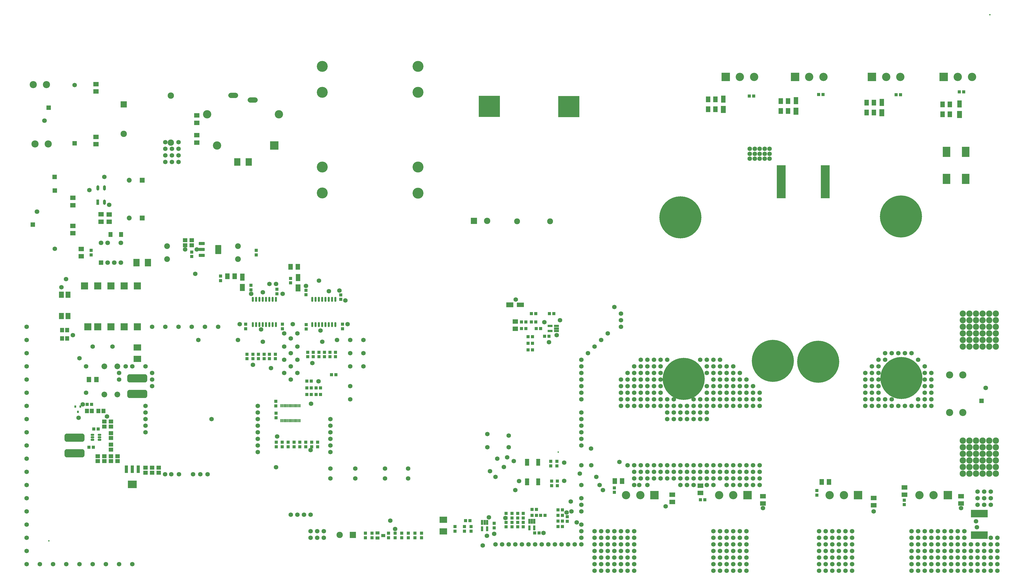
<source format=gbr>
G04 EAGLE Gerber RS-274X export*
G75*
%MOMM*%
%FSLAX34Y34*%
%LPD*%
%INSoldermask Top*%
%IPPOS*%
%AMOC8*
5,1,8,0,0,1.08239X$1,22.5*%
G01*
%ADD10C,0.553200*%
%ADD11R,1.303200X1.203200*%
%ADD12R,1.203200X1.303200*%
%ADD13C,2.203200*%
%ADD14R,1.703200X1.503200*%
%ADD15R,1.879600X1.879600*%
%ADD16C,1.879600*%
%ADD17R,1.753200X1.753200*%
%ADD18C,1.753200*%
%ADD19R,2.003200X1.803200*%
%ADD20R,2.703200X1.803200*%
%ADD21R,2.703200X1.903200*%
%ADD22R,1.803200X2.703200*%
%ADD23R,1.903200X2.703200*%
%ADD24R,3.003200X4.003200*%
%ADD25R,2.946200X2.362200*%
%ADD26R,2.362200X2.946200*%
%ADD27R,0.508000X1.193800*%
%ADD28C,0.506016*%
%ADD29C,0.431109*%
%ADD30R,1.828800X0.812800*%
%ADD31R,0.812800X1.828800*%
%ADD32R,1.803200X1.803200*%
%ADD33C,1.803200*%
%ADD34R,3.503200X2.903200*%
%ADD35R,1.203200X2.903200*%
%ADD36C,0.409087*%
%ADD37C,0.405575*%
%ADD38R,3.203200X3.203200*%
%ADD39C,3.203200*%
%ADD40R,3.353200X12.703200*%
%ADD41R,1.603200X1.203200*%
%ADD42R,1.903200X2.403200*%
%ADD43R,2.006200X1.803200*%
%ADD44R,1.803200X2.203200*%
%ADD45R,2.203200X1.803200*%
%ADD46R,6.403200X2.903200*%
%ADD47R,1.503200X1.703200*%
%ADD48R,1.803200X2.006200*%
%ADD49C,2.286000*%
%ADD50C,16.203200*%
%ADD51R,2.743200X2.743200*%
%ADD52C,1.697694*%
%ADD53C,2.003200*%
%ADD54R,0.803200X0.903200*%
%ADD55R,0.703200X0.803200*%
%ADD56C,2.743200*%
%ADD57C,2.403200*%
%ADD58C,2.453200*%
%ADD59C,4.219200*%
%ADD60R,2.453200X2.453200*%
%ADD61R,1.603200X1.843200*%
%ADD62R,1.069200X2.006200*%
%ADD63C,1.069200*%
%ADD64R,8.203200X8.203200*%


D10*
X3755390Y2066290D03*
X2095500Y381000D03*
X135890Y39370D03*
D11*
X1518920Y51190D03*
X1518920Y68190D03*
D12*
X1009461Y576190D03*
X1009461Y559190D03*
D11*
X1991750Y882650D03*
X2008750Y882650D03*
X1996050Y825500D03*
X1979050Y825500D03*
X2027800Y857250D03*
X2010800Y857250D03*
X1145150Y654345D03*
X1128150Y654345D03*
X2059550Y827193D03*
X2042550Y827193D03*
D12*
X892803Y856370D03*
X892803Y873370D03*
X1034612Y856370D03*
X1034612Y873370D03*
X913845Y1023230D03*
X913845Y1006230D03*
X1013744Y1007990D03*
X1013744Y990990D03*
X963930Y740800D03*
X963930Y757800D03*
X920750Y740800D03*
X920750Y757800D03*
X1125622Y855100D03*
X1125622Y872100D03*
X1265300Y856370D03*
X1265300Y873370D03*
X1125220Y987180D03*
X1125220Y1004180D03*
X1259263Y986400D03*
X1259263Y969400D03*
X1196118Y748420D03*
X1196118Y765420D03*
X1153369Y748420D03*
X1153369Y765420D03*
X796595Y1058790D03*
X796595Y1041790D03*
X1065530Y1049900D03*
X1065530Y1032900D03*
X2090316Y345050D03*
X2090316Y328050D03*
X2066290Y328050D03*
X2066290Y345050D03*
X2091690Y268850D03*
X2091690Y251850D03*
X2070100Y251850D03*
X2070100Y268850D03*
X3090276Y215450D03*
X3090276Y232450D03*
X3426737Y178750D03*
X3426737Y195750D03*
D11*
X2659300Y197656D03*
X2642300Y197656D03*
D12*
X2311630Y226150D03*
X2311630Y243150D03*
D11*
X2094620Y137160D03*
X2111620Y137160D03*
X2111620Y115570D03*
X2094620Y115570D03*
D12*
X2129790Y131690D03*
X2129790Y114690D03*
X1917700Y93100D03*
X1917700Y110100D03*
D11*
X2021450Y69850D03*
X2004450Y69850D03*
D12*
X1939290Y127390D03*
X1939290Y144390D03*
X1493520Y68190D03*
X1493520Y51190D03*
X1544320Y51190D03*
X1544320Y68190D03*
X1734820Y76590D03*
X1734820Y93590D03*
X1760220Y76590D03*
X1760220Y93590D03*
X1849134Y89290D03*
X1849134Y106290D03*
X1009650Y513470D03*
X1009650Y530470D03*
D13*
X349650Y711200D03*
X399650Y711200D03*
X349650Y603250D03*
X399650Y603250D03*
D11*
X283600Y565150D03*
X300600Y565150D03*
X309000Y469900D03*
X326000Y469900D03*
X289950Y400050D03*
X306950Y400050D03*
D14*
X400050Y365100D03*
X400050Y346100D03*
X374650Y365100D03*
X374650Y346100D03*
X349250Y365100D03*
X349250Y346100D03*
D15*
X494900Y1282700D03*
D16*
X444900Y1282700D03*
D15*
X494900Y1428750D03*
D16*
X444900Y1428750D03*
D17*
X158750Y1388850D03*
D18*
X158750Y1163850D03*
D19*
X260350Y1135350D03*
X260350Y1163350D03*
D12*
X298450Y1140850D03*
X298450Y1157850D03*
D19*
X368300Y1296700D03*
X368300Y1268700D03*
D14*
X323850Y365100D03*
X323850Y346100D03*
X558800Y301650D03*
X558800Y320650D03*
X533400Y301650D03*
X533400Y320650D03*
X508000Y301650D03*
X508000Y320650D03*
D13*
X590550Y1174350D03*
X590550Y1124350D03*
D12*
X685800Y1134500D03*
X685800Y1151500D03*
X933450Y1140850D03*
X933450Y1157850D03*
D13*
X863600Y1174350D03*
X863600Y1124350D03*
D17*
X234950Y1570250D03*
D18*
X234950Y1795250D03*
D20*
X1949500Y948571D03*
D21*
X1909500Y948571D03*
D22*
X880110Y1055050D03*
D23*
X880110Y1015050D03*
D22*
X2730500Y1740850D03*
D23*
X2730500Y1700850D03*
D22*
X3009900Y1734500D03*
D23*
X3009900Y1694500D03*
D22*
X3340100Y1728150D03*
D23*
X3340100Y1688150D03*
D22*
X3638550Y1721800D03*
D23*
X3638550Y1681800D03*
D22*
X1094310Y1053145D03*
D23*
X1094310Y1013145D03*
D24*
X3662850Y1433830D03*
X3588850Y1433830D03*
X3588850Y1537970D03*
X3662850Y1537970D03*
D25*
X1653540Y75690D03*
X1653540Y119890D03*
X476250Y739900D03*
X476250Y784100D03*
D26*
X517400Y1111250D03*
X473200Y1111250D03*
X860550Y1498600D03*
X904750Y1498600D03*
D27*
X1029780Y501682D03*
X1036280Y501682D03*
X1042780Y501682D03*
X1049280Y501682D03*
X1055780Y501682D03*
X1062280Y501682D03*
X1068780Y501682D03*
X1075280Y501682D03*
X1081780Y501682D03*
X1088280Y501682D03*
X1094780Y501682D03*
X1101280Y501682D03*
X1101280Y560038D03*
X1094780Y560038D03*
X1088280Y560038D03*
X1081780Y560038D03*
X1075280Y560038D03*
X1068780Y560038D03*
X1062280Y560038D03*
X1055780Y560038D03*
X1049280Y560038D03*
X1042780Y560038D03*
X1036280Y560038D03*
X1029780Y560038D03*
D28*
X922249Y962564D02*
X922249Y976036D01*
X922249Y962564D02*
X919277Y962564D01*
X919277Y976036D01*
X922249Y976036D01*
X922249Y967371D02*
X919277Y967371D01*
X919277Y972178D02*
X922249Y972178D01*
X934949Y976036D02*
X934949Y962564D01*
X931977Y962564D01*
X931977Y976036D01*
X934949Y976036D01*
X934949Y967371D02*
X931977Y967371D01*
X931977Y972178D02*
X934949Y972178D01*
X947649Y976036D02*
X947649Y962564D01*
X944677Y962564D01*
X944677Y976036D01*
X947649Y976036D01*
X947649Y967371D02*
X944677Y967371D01*
X944677Y972178D02*
X947649Y972178D01*
X960349Y976036D02*
X960349Y962564D01*
X957377Y962564D01*
X957377Y976036D01*
X960349Y976036D01*
X960349Y967371D02*
X957377Y967371D01*
X957377Y972178D02*
X960349Y972178D01*
X973049Y976036D02*
X973049Y962564D01*
X970077Y962564D01*
X970077Y976036D01*
X973049Y976036D01*
X973049Y967371D02*
X970077Y967371D01*
X970077Y972178D02*
X973049Y972178D01*
X985749Y976036D02*
X985749Y962564D01*
X982777Y962564D01*
X982777Y976036D01*
X985749Y976036D01*
X985749Y967371D02*
X982777Y967371D01*
X982777Y972178D02*
X985749Y972178D01*
X998449Y976036D02*
X998449Y962564D01*
X995477Y962564D01*
X995477Y976036D01*
X998449Y976036D01*
X998449Y967371D02*
X995477Y967371D01*
X995477Y972178D02*
X998449Y972178D01*
X1011149Y976036D02*
X1011149Y962564D01*
X1008177Y962564D01*
X1008177Y976036D01*
X1011149Y976036D01*
X1011149Y967371D02*
X1008177Y967371D01*
X1008177Y972178D02*
X1011149Y972178D01*
X1011149Y878936D02*
X1011149Y865464D01*
X1008177Y865464D01*
X1008177Y878936D01*
X1011149Y878936D01*
X1011149Y870271D02*
X1008177Y870271D01*
X1008177Y875078D02*
X1011149Y875078D01*
X998449Y878936D02*
X998449Y865464D01*
X995477Y865464D01*
X995477Y878936D01*
X998449Y878936D01*
X998449Y870271D02*
X995477Y870271D01*
X995477Y875078D02*
X998449Y875078D01*
X985749Y878936D02*
X985749Y865464D01*
X982777Y865464D01*
X982777Y878936D01*
X985749Y878936D01*
X985749Y870271D02*
X982777Y870271D01*
X982777Y875078D02*
X985749Y875078D01*
X973049Y878936D02*
X973049Y865464D01*
X970077Y865464D01*
X970077Y878936D01*
X973049Y878936D01*
X973049Y870271D02*
X970077Y870271D01*
X970077Y875078D02*
X973049Y875078D01*
X960349Y878936D02*
X960349Y865464D01*
X957377Y865464D01*
X957377Y878936D01*
X960349Y878936D01*
X960349Y870271D02*
X957377Y870271D01*
X957377Y875078D02*
X960349Y875078D01*
X947649Y878936D02*
X947649Y865464D01*
X944677Y865464D01*
X944677Y878936D01*
X947649Y878936D01*
X947649Y870271D02*
X944677Y870271D01*
X944677Y875078D02*
X947649Y875078D01*
X934949Y878936D02*
X934949Y865464D01*
X931977Y865464D01*
X931977Y878936D01*
X934949Y878936D01*
X934949Y870271D02*
X931977Y870271D01*
X931977Y875078D02*
X934949Y875078D01*
X922249Y878936D02*
X922249Y865464D01*
X919277Y865464D01*
X919277Y878936D01*
X922249Y878936D01*
X922249Y870271D02*
X919277Y870271D01*
X919277Y875078D02*
X922249Y875078D01*
X1150836Y962564D02*
X1150836Y976036D01*
X1150836Y962564D02*
X1147864Y962564D01*
X1147864Y976036D01*
X1150836Y976036D01*
X1150836Y967371D02*
X1147864Y967371D01*
X1147864Y972178D02*
X1150836Y972178D01*
X1163536Y976036D02*
X1163536Y962564D01*
X1160564Y962564D01*
X1160564Y976036D01*
X1163536Y976036D01*
X1163536Y967371D02*
X1160564Y967371D01*
X1160564Y972178D02*
X1163536Y972178D01*
X1176236Y976036D02*
X1176236Y962564D01*
X1173264Y962564D01*
X1173264Y976036D01*
X1176236Y976036D01*
X1176236Y967371D02*
X1173264Y967371D01*
X1173264Y972178D02*
X1176236Y972178D01*
X1188936Y976036D02*
X1188936Y962564D01*
X1185964Y962564D01*
X1185964Y976036D01*
X1188936Y976036D01*
X1188936Y967371D02*
X1185964Y967371D01*
X1185964Y972178D02*
X1188936Y972178D01*
X1201636Y976036D02*
X1201636Y962564D01*
X1198664Y962564D01*
X1198664Y976036D01*
X1201636Y976036D01*
X1201636Y967371D02*
X1198664Y967371D01*
X1198664Y972178D02*
X1201636Y972178D01*
X1214336Y976036D02*
X1214336Y962564D01*
X1211364Y962564D01*
X1211364Y976036D01*
X1214336Y976036D01*
X1214336Y967371D02*
X1211364Y967371D01*
X1211364Y972178D02*
X1214336Y972178D01*
X1227036Y976036D02*
X1227036Y962564D01*
X1224064Y962564D01*
X1224064Y976036D01*
X1227036Y976036D01*
X1227036Y967371D02*
X1224064Y967371D01*
X1224064Y972178D02*
X1227036Y972178D01*
X1239736Y976036D02*
X1239736Y962564D01*
X1236764Y962564D01*
X1236764Y976036D01*
X1239736Y976036D01*
X1239736Y967371D02*
X1236764Y967371D01*
X1236764Y972178D02*
X1239736Y972178D01*
X1239736Y878936D02*
X1239736Y865464D01*
X1236764Y865464D01*
X1236764Y878936D01*
X1239736Y878936D01*
X1239736Y870271D02*
X1236764Y870271D01*
X1236764Y875078D02*
X1239736Y875078D01*
X1227036Y878936D02*
X1227036Y865464D01*
X1224064Y865464D01*
X1224064Y878936D01*
X1227036Y878936D01*
X1227036Y870271D02*
X1224064Y870271D01*
X1224064Y875078D02*
X1227036Y875078D01*
X1214336Y878936D02*
X1214336Y865464D01*
X1211364Y865464D01*
X1211364Y878936D01*
X1214336Y878936D01*
X1214336Y870271D02*
X1211364Y870271D01*
X1211364Y875078D02*
X1214336Y875078D01*
X1201636Y878936D02*
X1201636Y865464D01*
X1198664Y865464D01*
X1198664Y878936D01*
X1201636Y878936D01*
X1201636Y870271D02*
X1198664Y870271D01*
X1198664Y875078D02*
X1201636Y875078D01*
X1188936Y878936D02*
X1188936Y865464D01*
X1185964Y865464D01*
X1185964Y878936D01*
X1188936Y878936D01*
X1188936Y870271D02*
X1185964Y870271D01*
X1185964Y875078D02*
X1188936Y875078D01*
X1176236Y878936D02*
X1176236Y865464D01*
X1173264Y865464D01*
X1173264Y878936D01*
X1176236Y878936D01*
X1176236Y870271D02*
X1173264Y870271D01*
X1173264Y875078D02*
X1176236Y875078D01*
X1163536Y878936D02*
X1163536Y865464D01*
X1160564Y865464D01*
X1160564Y878936D01*
X1163536Y878936D01*
X1163536Y870271D02*
X1160564Y870271D01*
X1160564Y875078D02*
X1163536Y875078D01*
X1150836Y878936D02*
X1150836Y865464D01*
X1147864Y865464D01*
X1147864Y878936D01*
X1150836Y878936D01*
X1150836Y870271D02*
X1147864Y870271D01*
X1147864Y875078D02*
X1150836Y875078D01*
D29*
X2012088Y350968D02*
X2023810Y350968D01*
X2012088Y350968D02*
X2012088Y353190D01*
X2023810Y353190D01*
X2023810Y350968D01*
X2023810Y344468D02*
X2012088Y344468D01*
X2012088Y346690D01*
X2023810Y346690D01*
X2023810Y344468D01*
X2023810Y337968D02*
X2012088Y337968D01*
X2012088Y340190D01*
X2023810Y340190D01*
X2023810Y337968D01*
X2023810Y331468D02*
X2012088Y331468D01*
X2012088Y333690D01*
X2023810Y333690D01*
X2023810Y331468D01*
X1980792Y331468D02*
X1969070Y331468D01*
X1969070Y333690D01*
X1980792Y333690D01*
X1980792Y331468D01*
X1980792Y337968D02*
X1969070Y337968D01*
X1969070Y340190D01*
X1980792Y340190D01*
X1980792Y337968D01*
X1980792Y344468D02*
X1969070Y344468D01*
X1969070Y346690D01*
X1980792Y346690D01*
X1980792Y344468D01*
X1980792Y350968D02*
X1969070Y350968D01*
X1969070Y353190D01*
X1980792Y353190D01*
X1980792Y350968D01*
D30*
X2088896Y847750D03*
X2088896Y857250D03*
X2088896Y866750D03*
X2064004Y866750D03*
X2064004Y847750D03*
D29*
X2023810Y275339D02*
X2012088Y275339D01*
X2012088Y277561D01*
X2023810Y277561D01*
X2023810Y275339D01*
X2023810Y268839D02*
X2012088Y268839D01*
X2012088Y271061D01*
X2023810Y271061D01*
X2023810Y268839D01*
X2023810Y262339D02*
X2012088Y262339D01*
X2012088Y264561D01*
X2023810Y264561D01*
X2023810Y262339D01*
X2023810Y255839D02*
X2012088Y255839D01*
X2012088Y258061D01*
X2023810Y258061D01*
X2023810Y255839D01*
X1980792Y255839D02*
X1969070Y255839D01*
X1969070Y258061D01*
X1980792Y258061D01*
X1980792Y255839D01*
X1980792Y262339D02*
X1969070Y262339D01*
X1969070Y264561D01*
X1980792Y264561D01*
X1980792Y262339D01*
X1980792Y268839D02*
X1969070Y268839D01*
X1969070Y271061D01*
X1980792Y271061D01*
X1980792Y268839D01*
X1980792Y275339D02*
X1969070Y275339D01*
X1969070Y277561D01*
X1980792Y277561D01*
X1980792Y275339D01*
D31*
X2003400Y114046D03*
X1993900Y114046D03*
X1984400Y114046D03*
X1984400Y89154D03*
X2003400Y89154D03*
X1821790Y110236D03*
X1812290Y110236D03*
X1802790Y110236D03*
X1802790Y85344D03*
X1821790Y85344D03*
D32*
X336550Y1111250D03*
D33*
X361950Y1111250D03*
X387350Y1111250D03*
X412750Y1111250D03*
X336550Y1187450D03*
X361950Y1187450D03*
X412750Y1187450D03*
D28*
X307986Y430136D02*
X307986Y427164D01*
X300014Y427164D01*
X300014Y430136D01*
X307986Y430136D01*
X307986Y446164D02*
X307986Y449136D01*
X307986Y446164D02*
X300014Y446164D01*
X300014Y449136D01*
X307986Y449136D01*
X334986Y449136D02*
X334986Y446164D01*
X327014Y446164D01*
X327014Y449136D01*
X334986Y449136D01*
X334986Y439636D02*
X334986Y436664D01*
X327014Y436664D01*
X327014Y439636D01*
X334986Y439636D01*
X334986Y430136D02*
X334986Y427164D01*
X327014Y427164D01*
X327014Y430136D01*
X334986Y430136D01*
X307986Y436664D02*
X307986Y439636D01*
X307986Y436664D02*
X300014Y436664D01*
X300014Y439636D01*
X307986Y439636D01*
D34*
X457200Y256250D03*
D35*
X434200Y315250D03*
X457200Y315250D03*
X480200Y315250D03*
D36*
X733121Y1181079D02*
X733121Y1189021D01*
X733121Y1181079D02*
X714679Y1181079D01*
X714679Y1189021D01*
X733121Y1189021D01*
X733121Y1184965D02*
X714679Y1184965D01*
X714679Y1188851D02*
X733121Y1188851D01*
X733121Y1166021D02*
X733121Y1158079D01*
X714679Y1158079D01*
X714679Y1166021D01*
X733121Y1166021D01*
X733121Y1161965D02*
X714679Y1161965D01*
X714679Y1165851D02*
X733121Y1165851D01*
X733121Y1143021D02*
X733121Y1135079D01*
X714679Y1135079D01*
X714679Y1143021D01*
X733121Y1143021D01*
X733121Y1138965D02*
X714679Y1138965D01*
X714679Y1142851D02*
X733121Y1142851D01*
D37*
X796638Y1146812D02*
X796638Y1177288D01*
X796638Y1146812D02*
X778162Y1146812D01*
X778162Y1177288D01*
X796638Y1177288D01*
X796638Y1150665D02*
X778162Y1150665D01*
X778162Y1154518D02*
X796638Y1154518D01*
X796638Y1158371D02*
X778162Y1158371D01*
X778162Y1162224D02*
X796638Y1162224D01*
X796638Y1166077D02*
X778162Y1166077D01*
X778162Y1169930D02*
X796638Y1169930D01*
X796638Y1173783D02*
X778162Y1173783D01*
D38*
X1003300Y1562100D03*
D39*
X783300Y1562100D03*
X1021300Y1682100D03*
X745300Y1682100D03*
D40*
X3122000Y1422400D03*
X2952750Y1422400D03*
D41*
X1421970Y59690D03*
X1399970Y50190D03*
X1399970Y69190D03*
D42*
X209550Y905150D03*
X184150Y905150D03*
X209550Y987150D03*
X184150Y987150D03*
D11*
X1569720Y68190D03*
X1569720Y51190D03*
X1123950Y418710D03*
X1123950Y401710D03*
X1169670Y401710D03*
X1169670Y418710D03*
X1056640Y401710D03*
X1056640Y418710D03*
X1079500Y401710D03*
X1079500Y418710D03*
X1101090Y401710D03*
X1101090Y418710D03*
D12*
X1128150Y603250D03*
X1145150Y603250D03*
X1180710Y603250D03*
X1163710Y603250D03*
X1128150Y628650D03*
X1145150Y628650D03*
X1180710Y628650D03*
X1163710Y628650D03*
D11*
X1146810Y401710D03*
X1146810Y418710D03*
D43*
X1930400Y855730D03*
X1930400Y884170D03*
D12*
X1970650Y857250D03*
X1953650Y857250D03*
X1970650Y882650D03*
X1953650Y882650D03*
X1979050Y800100D03*
X1996050Y800100D03*
X1991750Y914400D03*
X2008750Y914400D03*
X2061600Y914400D03*
X2078600Y914400D03*
X1979050Y774700D03*
X1996050Y774700D03*
X1223400Y679450D03*
X1240400Y679450D03*
D11*
X1007110Y757800D03*
X1007110Y740800D03*
X984250Y757800D03*
X984250Y740800D03*
X897890Y740800D03*
X897890Y757800D03*
X942340Y740800D03*
X942340Y757800D03*
D44*
X822930Y1058338D03*
X850930Y1058338D03*
X2700050Y1739900D03*
X2672050Y1739900D03*
X2979450Y1695450D03*
X2951450Y1695450D03*
X2700050Y1701800D03*
X2672050Y1701800D03*
X2979450Y1733550D03*
X2951450Y1733550D03*
D12*
X3113650Y1758950D03*
X3096650Y1758950D03*
X2846950Y1752600D03*
X2829950Y1752600D03*
D44*
X3309650Y1727200D03*
X3281650Y1727200D03*
X3601750Y1682750D03*
X3573750Y1682750D03*
X3309650Y1689100D03*
X3281650Y1689100D03*
X3601750Y1720850D03*
X3573750Y1720850D03*
D12*
X3654670Y1769110D03*
X3637670Y1769110D03*
X3412100Y1757762D03*
X3395100Y1757762D03*
D11*
X1238598Y765420D03*
X1238598Y748420D03*
X1217439Y765420D03*
X1217439Y748420D03*
X1132168Y748420D03*
X1132168Y765420D03*
X1174918Y748420D03*
X1174918Y765420D03*
D44*
X1065660Y1094954D03*
X1093660Y1094954D03*
D45*
X3308350Y204500D03*
X3308350Y176500D03*
X3644900Y210850D03*
X3644900Y182850D03*
D44*
X3136500Y266241D03*
X3108500Y266241D03*
D45*
X3427326Y244650D03*
X3427326Y216650D03*
X2533650Y217200D03*
X2533650Y189200D03*
X2882900Y210850D03*
X2882900Y182850D03*
X2642500Y251850D03*
X2642500Y223850D03*
D44*
X2340650Y269181D03*
X2312650Y269181D03*
D46*
X3715126Y61370D03*
X3715126Y144370D03*
D12*
X1756020Y116840D03*
X1739020Y116840D03*
X2094620Y93980D03*
X2111620Y93980D03*
X2094620Y158750D03*
X2111620Y158750D03*
X2044310Y137160D03*
X2027310Y137160D03*
X2011290Y160020D03*
X1994290Y160020D03*
D11*
X1960880Y93100D03*
X1960880Y110100D03*
D12*
X1994290Y137160D03*
X2011290Y137160D03*
D11*
X1939290Y110100D03*
X1939290Y93100D03*
X1894840Y93100D03*
X1894840Y110100D03*
X1033780Y418710D03*
X1033780Y401710D03*
X1960880Y127390D03*
X1960880Y144390D03*
X1468120Y51190D03*
X1468120Y68190D03*
X1353820Y68190D03*
X1353820Y51190D03*
X1379220Y51190D03*
X1379220Y68190D03*
X1442720Y68190D03*
X1442720Y51190D03*
X1010920Y401710D03*
X1010920Y418710D03*
X1697990Y93590D03*
X1697990Y76590D03*
X1894840Y144390D03*
X1894840Y127390D03*
X1917700Y144390D03*
X1917700Y127390D03*
D32*
X3723838Y578250D03*
D33*
X3739838Y628250D03*
D47*
X327050Y539750D03*
X346050Y539750D03*
X282600Y539750D03*
X301600Y539750D03*
X206350Y850900D03*
X187350Y850900D03*
X206350Y819150D03*
X187350Y819150D03*
D48*
X319020Y660400D03*
X290580Y660400D03*
D14*
X349250Y498450D03*
X349250Y479450D03*
X374650Y479450D03*
X374650Y498450D03*
X374650Y409550D03*
X374650Y390550D03*
X374650Y454000D03*
X374650Y435000D03*
D17*
X158450Y1441450D03*
D18*
X349550Y1441450D03*
D43*
X228600Y1360420D03*
X228600Y1331980D03*
X228600Y1252470D03*
X228600Y1224030D03*
X336550Y1296920D03*
X336550Y1268480D03*
D14*
X660400Y1196950D03*
X660400Y1177950D03*
X685800Y1177950D03*
X685800Y1196950D03*
D43*
X704850Y1677920D03*
X704850Y1649480D03*
X704850Y1601720D03*
X704850Y1573280D03*
X317500Y1566930D03*
X317500Y1595370D03*
X317500Y1770130D03*
X317500Y1798570D03*
D38*
X2739400Y1826530D03*
D39*
X2794000Y1826530D03*
X2848600Y1826530D03*
D38*
X3006100Y1826530D03*
D39*
X3060700Y1826530D03*
X3115300Y1826530D03*
D38*
X3301970Y1826530D03*
D39*
X3356570Y1826530D03*
X3411170Y1826530D03*
D38*
X3577600Y1826530D03*
D39*
X3632200Y1826530D03*
X3686800Y1826530D03*
D38*
X3248650Y214995D03*
D39*
X3194050Y214995D03*
X3139450Y214995D03*
D38*
X3593667Y214995D03*
D39*
X3539067Y214995D03*
X3484467Y214995D03*
D38*
X2465483Y214995D03*
D39*
X2410883Y214995D03*
X2356283Y214995D03*
D38*
X2823200Y214995D03*
D39*
X2768600Y214995D03*
X2714000Y214995D03*
D49*
X2063750Y1270000D03*
X1936750Y1270000D03*
D50*
X3415030Y666750D03*
X3094990Y728980D03*
X2921000Y732790D03*
X2578100Y662940D03*
X2565400Y1285240D03*
X3413760Y1289050D03*
D51*
X273050Y1021100D03*
X323850Y1021100D03*
X374650Y1021100D03*
X425450Y1021100D03*
X476250Y1021100D03*
X285750Y863600D03*
X323850Y863600D03*
X374650Y863600D03*
X425450Y863600D03*
X476250Y863600D03*
D52*
X446222Y672528D02*
X446222Y657472D01*
X446222Y672528D02*
X506278Y672528D01*
X506278Y657472D01*
X446222Y657472D01*
X446222Y612528D02*
X446222Y597472D01*
X446222Y612528D02*
X506278Y612528D01*
X506278Y597472D01*
X446222Y597472D01*
X204922Y443928D02*
X204922Y428872D01*
X204922Y443928D02*
X264978Y443928D01*
X264978Y428872D01*
X204922Y428872D01*
X204922Y383928D02*
X204922Y368872D01*
X204922Y383928D02*
X264978Y383928D01*
X264978Y368872D01*
X204922Y368872D01*
D53*
X911150Y1737000D02*
X929150Y1737000D01*
X854150Y1755500D02*
X836150Y1755500D01*
D54*
X257150Y556100D03*
X238150Y556100D03*
X247650Y536100D03*
D55*
X257150Y556100D03*
X238150Y556100D03*
X247650Y536100D03*
D56*
X133350Y1568450D03*
X82550Y1568450D03*
X3600450Y678226D03*
X3651250Y678226D03*
X3651250Y533036D03*
X3600450Y533036D03*
X76200Y1797050D03*
X127000Y1797050D03*
D57*
X3651250Y787400D03*
X3676650Y787400D03*
X3702050Y787400D03*
X3727450Y787400D03*
X3651250Y812800D03*
X3676650Y812800D03*
X3702050Y812800D03*
X3727450Y812800D03*
X3651250Y838200D03*
X3676650Y838200D03*
X3702050Y838200D03*
X3727450Y838200D03*
X3651250Y863600D03*
X3676650Y863600D03*
X3702050Y863600D03*
X3727450Y863600D03*
X3752850Y787400D03*
X3752850Y812800D03*
X3752850Y838200D03*
X3752850Y863600D03*
X3752850Y889000D03*
X3727450Y889000D03*
X3702050Y889000D03*
X3676650Y889000D03*
X3651250Y889000D03*
X3778250Y838200D03*
X3778250Y812800D03*
X3778250Y787400D03*
X3778250Y863600D03*
X3778250Y889000D03*
X3651250Y914400D03*
X3676650Y914400D03*
X3702050Y914400D03*
X3727450Y914400D03*
X3752850Y914400D03*
X3778250Y914400D03*
D58*
X3651250Y298450D03*
X3676650Y298450D03*
X3702050Y298450D03*
X3727450Y298450D03*
X3651250Y323850D03*
X3676650Y323850D03*
X3702050Y323850D03*
X3727450Y323850D03*
X3651250Y349250D03*
X3676650Y349250D03*
X3702050Y349250D03*
X3727450Y349250D03*
X3651250Y374650D03*
X3676650Y374650D03*
X3702050Y374650D03*
X3727450Y374650D03*
X3752850Y298450D03*
X3752850Y323850D03*
X3752850Y349250D03*
X3752850Y374650D03*
X3752850Y400050D03*
X3727450Y400050D03*
X3702050Y400050D03*
X3676650Y400050D03*
X3651250Y400050D03*
X3778250Y349250D03*
X3778250Y323850D03*
X3778250Y298450D03*
X3778250Y374650D03*
X3778250Y400050D03*
X3651250Y425450D03*
X3676650Y425450D03*
X3702050Y425450D03*
X3727450Y425450D03*
X3752850Y425450D03*
X3778250Y425450D03*
D59*
X1187450Y1866900D03*
X1187450Y1766824D03*
X1187450Y1479550D03*
X1187450Y1379474D03*
X1555750Y1478756D03*
X1555750Y1378680D03*
X1555750Y1866900D03*
X1555750Y1766824D03*
D32*
X135000Y1707750D03*
D33*
X119000Y1657750D03*
D60*
X423850Y1720700D03*
D58*
X423850Y1606700D03*
X604850Y1573200D03*
X604850Y1754200D03*
D32*
X74550Y1257700D03*
D33*
X90550Y1307700D03*
D61*
X373550Y1219200D03*
X413850Y1219200D03*
D62*
X323850Y1344100D03*
D63*
X349250Y1339415D02*
X349250Y1348785D01*
X349250Y1394415D02*
X349250Y1403785D01*
X323850Y1403785D02*
X323850Y1394415D01*
D60*
X1771436Y1271524D03*
D58*
X1822236Y1271524D03*
D60*
X1305520Y62230D03*
D58*
X1254720Y62230D03*
D64*
X1830070Y1713230D03*
X2136140Y1711960D03*
D18*
X292100Y1390650D03*
X2221230Y394970D03*
X2143760Y190500D03*
X3702050Y114300D03*
X2146300Y152400D03*
X3759200Y177800D03*
X3733800Y177800D03*
X3708400Y177800D03*
X3708400Y203200D03*
X3733800Y203200D03*
X3759200Y203200D03*
X3759200Y228600D03*
X3733800Y228600D03*
X3708400Y228600D03*
X1832610Y307340D03*
X2118360Y340360D03*
X2118360Y270510D03*
X1144270Y567690D03*
X1173480Y654050D03*
X1932225Y968475D03*
X2089150Y831850D03*
X2101850Y889000D03*
X1074420Y873760D03*
X1285240Y873760D03*
X1804670Y21590D03*
X1849120Y66040D03*
X2038350Y69850D03*
X582930Y295910D03*
X2059940Y804500D03*
X869950Y873760D03*
X607060Y295910D03*
X746760Y295910D03*
X718820Y295910D03*
X690880Y295910D03*
X636270Y295910D03*
X958850Y806450D03*
X1187450Y806450D03*
X1860550Y355600D03*
X1898650Y360680D03*
X1035050Y990600D03*
X1276350Y965200D03*
X699350Y1067650D03*
X584200Y1574800D03*
X584200Y1549400D03*
X584200Y1524000D03*
X584200Y1498600D03*
X609600Y1498600D03*
X609600Y1524000D03*
X609600Y1549400D03*
X635000Y1549400D03*
X635000Y1524000D03*
X635000Y1498600D03*
X635000Y1574800D03*
X1125220Y1021080D03*
X1174750Y1041400D03*
X914400Y990600D03*
X958850Y996950D03*
X2851150Y1549400D03*
X2870200Y1549400D03*
X2889250Y1549400D03*
X2908300Y1549400D03*
X2832100Y1549400D03*
X2832100Y1530350D03*
X2851150Y1530350D03*
X2870200Y1530350D03*
X2889250Y1530350D03*
X2908300Y1530350D03*
X2908300Y1511300D03*
X2889250Y1511300D03*
X2870200Y1511300D03*
X2851150Y1511300D03*
X2832100Y1511300D03*
X660400Y1162050D03*
X704850Y1162050D03*
X1009745Y1028700D03*
X984181Y1028700D03*
X1253490Y1003300D03*
X1212768Y1000760D03*
X2222500Y330200D03*
X3644900Y165100D03*
X2241550Y285750D03*
X3308350Y152400D03*
X2266950Y234950D03*
X2508250Y171532D03*
X2254250Y254000D03*
X2882900Y165100D03*
X3302000Y660400D03*
X3302000Y635000D03*
X3302000Y609600D03*
X3302000Y584200D03*
X3327400Y584200D03*
X3327400Y609600D03*
X3352800Y584200D03*
X3378200Y558800D03*
X3378200Y584200D03*
X3352800Y558800D03*
X3327400Y558800D03*
X3302000Y558800D03*
X3276600Y558800D03*
X3276600Y584200D03*
X3276600Y609600D03*
X3276600Y635000D03*
X3276600Y660400D03*
X3403600Y558800D03*
X3454400Y558800D03*
X3429000Y558800D03*
X3479800Y558800D03*
X3505200Y558800D03*
X3505200Y584200D03*
X3479800Y584200D03*
X3505200Y609600D03*
X3505200Y635000D03*
X3530600Y635000D03*
X3530600Y609600D03*
X3530600Y584200D03*
X3530600Y558800D03*
X3530600Y660400D03*
X3505200Y660400D03*
X3505200Y685800D03*
X3530600Y685800D03*
X3505200Y711200D03*
X3479800Y736600D03*
X3454400Y762000D03*
X3429000Y762000D03*
X3403600Y762000D03*
X3378200Y762000D03*
X3352800Y736600D03*
X3352800Y762000D03*
X3327400Y736600D03*
X3327400Y711200D03*
X3327400Y685800D03*
X3302000Y685800D03*
X3302000Y711200D03*
X3276600Y685800D03*
X3327400Y660400D03*
X3327400Y635000D03*
X2387600Y254000D03*
X2406650Y254000D03*
X2438400Y254000D03*
X2330450Y342900D03*
X2489200Y711200D03*
X2514600Y736600D03*
X2463800Y660400D03*
X2489200Y609600D03*
X2463800Y609600D03*
X2463800Y635000D03*
X2489200Y635000D03*
X2489200Y660400D03*
X2489200Y685800D03*
X2463800Y685800D03*
X2463800Y711200D03*
X2463800Y736600D03*
X2489200Y736600D03*
X2641600Y736600D03*
X2667000Y736600D03*
X2667000Y711200D03*
X2667000Y685800D03*
X2692400Y685800D03*
X2692400Y711200D03*
X2692400Y736600D03*
X2717800Y736600D03*
X2717800Y711200D03*
X2717800Y685800D03*
X2743200Y685800D03*
X2743200Y711200D03*
X2768600Y711200D03*
X2768600Y685800D03*
X2794000Y685800D03*
X2794000Y660400D03*
X2768600Y660400D03*
X2743200Y660400D03*
X2717800Y660400D03*
X2692400Y660400D03*
X2692400Y635000D03*
X2667000Y635000D03*
X2667000Y609600D03*
X2641600Y584200D03*
X2667000Y584200D03*
X2616200Y558800D03*
X2565400Y558800D03*
X2590800Y558800D03*
X2540000Y558800D03*
X2514600Y584200D03*
X2489200Y584200D03*
X2489200Y558800D03*
X2514600Y558800D03*
X2463800Y558800D03*
X2463800Y584200D03*
X2641600Y558800D03*
X2667000Y558800D03*
X2692400Y558800D03*
X2692400Y584200D03*
X2692400Y609600D03*
X2717800Y609600D03*
X2717800Y635000D03*
X2743200Y635000D03*
X2743200Y609600D03*
X2743200Y584200D03*
X2717800Y584200D03*
X2717800Y558800D03*
X2743200Y558800D03*
X2768600Y558800D03*
X2768600Y584200D03*
X2768600Y609600D03*
X2768600Y635000D03*
X2794000Y635000D03*
X2794000Y609600D03*
X2794000Y584200D03*
X2794000Y558800D03*
X2819400Y558800D03*
X2819400Y584200D03*
X2819400Y609600D03*
X2819400Y635000D03*
X2844800Y609600D03*
X2844800Y635000D03*
X2844800Y584200D03*
X2844800Y558800D03*
X2870200Y558800D03*
X2870200Y584200D03*
X2870200Y609600D03*
X2438400Y558800D03*
X2438400Y584200D03*
X2438400Y609600D03*
X2438400Y635000D03*
X2438400Y660400D03*
X2438400Y685800D03*
X2438400Y711200D03*
X2438400Y736600D03*
X2413000Y736600D03*
X2413000Y711200D03*
X2413000Y685800D03*
X2413000Y660400D03*
X2413000Y635000D03*
X2413000Y609600D03*
X2413000Y584200D03*
X2413000Y558800D03*
X2387600Y558800D03*
X2387600Y584200D03*
X2387600Y609600D03*
X2387600Y660400D03*
X2387600Y635000D03*
X2387600Y685800D03*
X2387600Y711200D03*
X2362200Y685800D03*
X2362200Y635000D03*
X2362200Y660400D03*
X2362200Y609600D03*
X2362200Y584200D03*
X2362200Y558800D03*
X2336800Y558800D03*
X2336800Y584200D03*
X2336800Y609600D03*
X2336800Y635000D03*
X2336800Y660400D03*
X2819400Y660400D03*
X2540000Y584200D03*
X2616200Y584200D03*
X2565400Y533400D03*
X2616200Y533400D03*
X2590800Y533400D03*
X2565400Y508000D03*
X2540000Y508000D03*
X2540000Y533400D03*
X2514600Y533400D03*
X2514600Y508000D03*
X2590800Y508000D03*
X2616200Y508000D03*
X2641600Y508000D03*
X2641600Y533400D03*
X2667000Y533400D03*
X2667000Y508000D03*
X2743200Y254000D03*
X2768600Y254000D03*
X2794000Y254000D03*
X2819400Y254000D03*
X2844800Y254000D03*
X2870200Y254000D03*
X2870200Y279400D03*
X2844800Y279400D03*
X2819400Y279400D03*
X2794000Y279400D03*
X2768600Y279400D03*
X2743200Y279400D03*
X2717800Y279400D03*
X2667000Y279400D03*
X2692400Y254000D03*
X2667000Y254000D03*
X2692400Y279400D03*
X2641600Y279400D03*
X2616200Y279400D03*
X2590800Y279400D03*
X2590800Y254000D03*
X2616200Y254000D03*
X2565400Y254000D03*
X2565400Y279400D03*
X2540000Y279400D03*
X2514600Y279400D03*
X2489200Y279400D03*
X2463800Y279400D03*
X2438400Y279400D03*
X2413000Y279400D03*
X2387600Y279400D03*
X2387600Y304800D03*
X2413000Y304800D03*
X2438400Y304800D03*
X2463800Y304800D03*
X2768600Y304800D03*
X2743200Y304800D03*
X2794000Y304800D03*
X2819400Y304800D03*
X2819400Y330200D03*
X2794000Y330200D03*
X2768600Y330200D03*
X2743200Y330200D03*
X2717800Y330200D03*
X2489200Y304800D03*
X2540000Y304800D03*
X2590800Y304800D03*
X2616200Y304800D03*
X2667000Y304800D03*
X2641600Y304800D03*
X2565400Y304800D03*
X2514600Y304800D03*
X2692400Y304800D03*
X2717800Y304800D03*
X2692400Y330200D03*
X2667000Y330200D03*
X2641600Y330200D03*
X2590800Y330200D03*
X2565400Y330200D03*
X2540000Y330200D03*
X2514600Y330200D03*
X2489200Y330200D03*
X2463800Y330200D03*
X2413000Y330200D03*
X2438400Y330200D03*
X2387600Y330200D03*
X2362200Y330200D03*
X2616200Y330200D03*
X2844800Y304800D03*
X2844800Y330200D03*
X2870200Y330200D03*
X2870200Y304800D03*
X1449070Y116840D03*
X1468120Y85090D03*
X1821180Y58420D03*
X1828800Y129540D03*
X1009650Y322580D03*
X1014095Y441325D03*
X254000Y742950D03*
X266700Y565150D03*
X228600Y831850D03*
X202308Y1047750D03*
X368300Y1333500D03*
X184150Y1016000D03*
X2260600Y76200D03*
X2260600Y50800D03*
X2260600Y25400D03*
X2286000Y25400D03*
X2286000Y50800D03*
X2286000Y76200D03*
X2311400Y76200D03*
X2311400Y50800D03*
X2311400Y25400D03*
X2336800Y25400D03*
X2336800Y50800D03*
X2336800Y76200D03*
X2235200Y76200D03*
X2235200Y50800D03*
X2235200Y25400D03*
X2362200Y25400D03*
X2362200Y50800D03*
X2362200Y76200D03*
X2387600Y76200D03*
X2387600Y50800D03*
X2387600Y25400D03*
X2692400Y76200D03*
X2717800Y76200D03*
X2743200Y76200D03*
X2768600Y76200D03*
X2768600Y50800D03*
X2743200Y50800D03*
X2717800Y50800D03*
X2692400Y50800D03*
X2692400Y25400D03*
X2717800Y25400D03*
X2743200Y25400D03*
X2768600Y25400D03*
X2794000Y25400D03*
X2794000Y50800D03*
X2794000Y76200D03*
X2819400Y76200D03*
X2819400Y50800D03*
X2819400Y25400D03*
X3657600Y76200D03*
X3657600Y50800D03*
X3657600Y25400D03*
X3683000Y25400D03*
X3708400Y25400D03*
X3733800Y25400D03*
X3759200Y25400D03*
X3759200Y50800D03*
X3632200Y76200D03*
X3606800Y76200D03*
X3556000Y76200D03*
X3581400Y76200D03*
X3530600Y76200D03*
X3505200Y76200D03*
X3479800Y76200D03*
X3454400Y76200D03*
X3632200Y50800D03*
X3632200Y25400D03*
X3606800Y25400D03*
X3606800Y50800D03*
X3581400Y50800D03*
X3556000Y50800D03*
X3530600Y50800D03*
X3479800Y50800D03*
X3505200Y50800D03*
X3454400Y50800D03*
X3454400Y25400D03*
X3479800Y25400D03*
X3530600Y25400D03*
X3556000Y25400D03*
X3581400Y25400D03*
X3505200Y25400D03*
X3098800Y76200D03*
X3124200Y76200D03*
X3149600Y76200D03*
X3175000Y76200D03*
X3200400Y76200D03*
X3200400Y50800D03*
X3175000Y50800D03*
X3149600Y50800D03*
X3124200Y50800D03*
X3098800Y50800D03*
X3098800Y25400D03*
X3149600Y25400D03*
X3124200Y25400D03*
X3175000Y25400D03*
X3200400Y25400D03*
X3225800Y25400D03*
X3225800Y50800D03*
X3225800Y76200D03*
X1944370Y269240D03*
X1924050Y346710D03*
X3705860Y91440D03*
X2166620Y110490D03*
X2042160Y881380D03*
X952500Y853200D03*
X1181100Y849630D03*
X2127250Y148590D03*
X2311400Y939800D03*
X2336800Y914400D03*
X2336800Y889000D03*
X2336800Y863600D03*
X2286000Y838200D03*
X2260600Y812800D03*
X2235200Y787400D03*
X2209800Y762000D03*
X2184400Y736600D03*
X2184400Y711200D03*
X2184400Y685800D03*
X2184400Y660400D03*
X2184400Y635000D03*
X2184400Y609600D03*
X2184400Y584200D03*
X2184400Y533400D03*
X2184400Y508000D03*
X2184400Y482600D03*
X2184400Y457200D03*
X2184400Y431800D03*
X2184400Y406400D03*
X2184400Y254000D03*
X2184400Y330200D03*
X2184400Y203200D03*
X2184400Y177800D03*
X2184400Y152400D03*
X2184400Y101600D03*
X2184400Y76200D03*
X2184400Y50800D03*
X2184400Y25400D03*
X2159000Y25400D03*
X2133600Y25400D03*
X2108200Y25400D03*
X2082800Y25400D03*
X2057400Y25400D03*
X2032000Y25400D03*
X2006600Y25400D03*
X1981200Y25400D03*
X1955800Y25400D03*
X1930400Y25400D03*
X1905000Y25400D03*
X1879600Y25400D03*
X1854200Y25400D03*
X1193800Y76200D03*
X1193800Y50800D03*
X1168400Y50800D03*
X1168400Y76200D03*
X1143000Y76200D03*
X1143000Y50800D03*
X457200Y-50800D03*
X50800Y152400D03*
X508000Y457200D03*
X762000Y508000D03*
X939800Y482600D03*
X711200Y812800D03*
X1066800Y819150D03*
X863600Y812800D03*
X1244600Y812800D03*
X304800Y787400D03*
X279400Y711200D03*
X1892300Y127000D03*
X1143000Y388620D03*
X2235200Y0D03*
X2260600Y0D03*
X2286000Y0D03*
X2311400Y0D03*
X2336800Y0D03*
X2362200Y0D03*
X2387600Y0D03*
X2387600Y-25400D03*
X2387600Y-50800D03*
X2387600Y-76200D03*
X2362200Y-76200D03*
X2336800Y-76200D03*
X2311400Y-76200D03*
X2286000Y-76200D03*
X2260600Y-76200D03*
X2260600Y-50800D03*
X2260600Y-25400D03*
X2286000Y-25400D03*
X2311400Y-25400D03*
X2336800Y-25400D03*
X2362200Y-25400D03*
X2362200Y-50800D03*
X2336800Y-50800D03*
X2311400Y-50800D03*
X2286000Y-50800D03*
X2692400Y0D03*
X2692400Y-25400D03*
X2692400Y-50800D03*
X2692400Y-76200D03*
X2717800Y-76200D03*
X2717800Y-50800D03*
X2717800Y-25400D03*
X2717800Y0D03*
X2743200Y0D03*
X2743200Y-25400D03*
X2743200Y-50800D03*
X2743200Y-76200D03*
X2768600Y-76200D03*
X2768600Y-50800D03*
X2768600Y-25400D03*
X2768600Y0D03*
X2794000Y0D03*
X2794000Y-25400D03*
X2794000Y-50800D03*
X2794000Y-76200D03*
X2819400Y0D03*
X2819400Y-25400D03*
X2819400Y-50800D03*
X2819400Y-76200D03*
X3098800Y0D03*
X3098800Y-25400D03*
X3124200Y0D03*
X3124200Y-25400D03*
X3124200Y-50800D03*
X3124200Y-76200D03*
X3098800Y-76200D03*
X3098800Y-50800D03*
X3149600Y-25400D03*
X3149600Y0D03*
X3149600Y-50800D03*
X3149600Y-76200D03*
X3175000Y-76200D03*
X3175000Y-50800D03*
X3175000Y-25400D03*
X3175000Y0D03*
X3200400Y0D03*
X3200400Y-25400D03*
X3200400Y-50800D03*
X3200400Y-76200D03*
X3225800Y-76200D03*
X3225800Y-50800D03*
X3225800Y-25400D03*
X3225800Y0D03*
X3454400Y0D03*
X3454400Y-25400D03*
X3454400Y-50800D03*
X3454400Y-76200D03*
X3479800Y-76200D03*
X3479800Y-50800D03*
X3479800Y-25400D03*
X3479800Y0D03*
X3505200Y0D03*
X3505200Y-25400D03*
X3505200Y-50800D03*
X3505200Y-76200D03*
X3530600Y-76200D03*
X3530600Y-50800D03*
X3530600Y-25400D03*
X3530600Y0D03*
X3556000Y0D03*
X3556000Y-25400D03*
X3556000Y-50800D03*
X3556000Y-76200D03*
X3581400Y-76200D03*
X3581400Y-50800D03*
X3581400Y-25400D03*
X3581400Y0D03*
X3606800Y0D03*
X3606800Y-25400D03*
X3606800Y-50800D03*
X3606800Y-76200D03*
X3632200Y-76200D03*
X3632200Y-50800D03*
X3632200Y-25400D03*
X3632200Y0D03*
X3657600Y0D03*
X3657600Y-25400D03*
X3657600Y-50800D03*
X3657600Y-76200D03*
X3683000Y-76200D03*
X3683000Y-50800D03*
X3683000Y-25400D03*
X3683000Y0D03*
X3708400Y0D03*
X3708400Y-25400D03*
X3708400Y-50800D03*
X3708400Y-76200D03*
X3733800Y-76200D03*
X3733800Y-50800D03*
X3733800Y-25400D03*
X3733800Y0D03*
X3759200Y0D03*
X3759200Y-25400D03*
X3759200Y-50800D03*
X3759200Y-76200D03*
X3784600Y-76200D03*
X3784600Y-50800D03*
X3784600Y-25400D03*
X3784600Y0D03*
X3784600Y25400D03*
X3784600Y50800D03*
X2235200Y-25400D03*
X2235200Y-50800D03*
X2235200Y-76200D03*
X533400Y863600D03*
X584200Y863600D03*
X635000Y863600D03*
X685800Y863600D03*
X736600Y863600D03*
X787400Y863600D03*
X50800Y863600D03*
X50800Y812800D03*
X50800Y762000D03*
X50800Y711200D03*
X50800Y660400D03*
X50800Y609600D03*
X50800Y558800D03*
X50800Y508000D03*
X50800Y457200D03*
X50800Y406400D03*
X50800Y355600D03*
X50800Y304800D03*
X50800Y254000D03*
X50800Y203200D03*
X50800Y101600D03*
X50800Y50800D03*
X50800Y0D03*
X50800Y-50800D03*
X101600Y-50800D03*
X152400Y-50800D03*
X203200Y-50800D03*
X254000Y-50800D03*
X304800Y-50800D03*
X355600Y-50800D03*
X406400Y-50800D03*
X939800Y508000D03*
X939800Y533400D03*
X939800Y558800D03*
X939800Y457200D03*
X939800Y431800D03*
X939800Y406400D03*
X939800Y381000D03*
X1219200Y508000D03*
X1219200Y482600D03*
X1219200Y457200D03*
X1219200Y431800D03*
X1219200Y406400D03*
X1219200Y381000D03*
X1295400Y635000D03*
X1295400Y584200D03*
X1066800Y762000D03*
X1066800Y711200D03*
X1066800Y660400D03*
X1041400Y685800D03*
X1041400Y736600D03*
X1041400Y787400D03*
X1041400Y838200D03*
X1092200Y838200D03*
X1092200Y787400D03*
X1092200Y736600D03*
X1092200Y685800D03*
X1295400Y762000D03*
X1346200Y711200D03*
X1295400Y711200D03*
X1295400Y812800D03*
X1346200Y762000D03*
X1346200Y812800D03*
X381000Y787400D03*
X279400Y609600D03*
X406400Y660400D03*
X533400Y685800D03*
X533400Y660400D03*
X533400Y635000D03*
X508000Y711200D03*
X457200Y711200D03*
X431800Y711200D03*
X406400Y685800D03*
X508000Y558800D03*
X508000Y508000D03*
X508000Y533400D03*
X508000Y482600D03*
X920750Y717550D03*
X990600Y704850D03*
X1149350Y723900D03*
X1143000Y139700D03*
X1117600Y139700D03*
X1092200Y139700D03*
X1066800Y139700D03*
X1219200Y317500D03*
X1314450Y317500D03*
X1428750Y317500D03*
X1517650Y317500D03*
X1314450Y279400D03*
X1219200Y279400D03*
X1428750Y279400D03*
X1517650Y279400D03*
X1822450Y400050D03*
X1905000Y400050D03*
X1905000Y444500D03*
X1822450Y450850D03*
X2178050Y298450D03*
X1885950Y323850D03*
X1854200Y285750D03*
X1930400Y234950D03*
X359410Y518160D03*
X250190Y513080D03*
M02*

</source>
